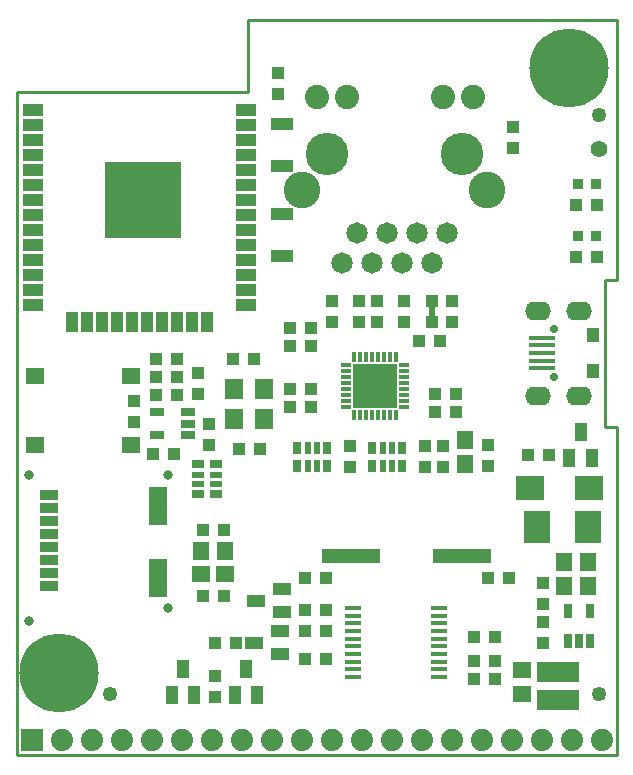
<source format=gbr>
G04 #@! TF.GenerationSoftware,KiCad,Pcbnew,no-vcs-found-097f89d~58~ubuntu14.04.1*
G04 #@! TF.CreationDate,2017-05-03T15:29:04+03:00*
G04 #@! TF.ProjectId,ESP32-GATEWAY_Rev_A,45535033322D474154455741595F5265,B*
G04 #@! TF.FileFunction,Soldermask,Top*
G04 #@! TF.FilePolarity,Negative*
%FSLAX46Y46*%
G04 Gerber Fmt 4.6, Leading zero omitted, Abs format (unit mm)*
G04 Created by KiCad (PCBNEW no-vcs-found-097f89d~58~ubuntu14.04.1) date Wed May  3 15:29:04 2017*
%MOMM*%
%LPD*%
G01*
G04 APERTURE LIST*
%ADD10C,0.100000*%
%ADD11C,0.254000*%
%ADD12R,1.371600X0.426600*%
%ADD13C,1.254000*%
%ADD14C,1.600000*%
%ADD15C,6.700000*%
%ADD16R,3.701600X3.701600*%
%ADD17R,0.800000X0.800000*%
%ADD18R,1.822400X1.822400*%
%ADD19R,0.351600X0.901600*%
%ADD20R,0.901600X0.351600*%
%ADD21R,1.117600X1.117600*%
%ADD22R,0.601600X0.881600*%
%ADD23C,1.700000*%
%ADD24C,2.400000*%
%ADD25R,6.400000X6.400000*%
%ADD26R,1.801600X1.001600*%
%ADD27R,1.001600X1.801600*%
%ADD28R,1.601600X3.201600*%
%ADD29C,0.800000*%
%ADD30R,1.601600X0.901600*%
%ADD31C,3.600000*%
%ADD32C,2.050000*%
%ADD33C,3.100000*%
%ADD34C,1.810000*%
%ADD35R,1.625600X1.371600*%
%ADD36R,1.371600X1.625600*%
%ADD37R,1.600000X1.800000*%
%ADD38R,2.178000X2.686000*%
%ADD39C,1.400000*%
%ADD40R,3.601600X1.701600*%
%ADD41R,0.901600X0.901600*%
%ADD42R,1.117600X0.482600*%
%ADD43R,1.117600X0.736600*%
%ADD44R,0.482600X1.117600*%
%ADD45R,0.736600X1.117600*%
%ADD46R,0.651600X1.301600*%
%ADD47R,1.879600X1.117600*%
%ADD48R,2.400000X2.100000*%
%ADD49R,1.101600X1.501600*%
%ADD50R,4.927600X1.201600*%
%ADD51R,1.501600X1.101600*%
%ADD52R,1.301600X0.651600*%
%ADD53O,2.200000X1.600000*%
%ADD54R,1.100000X1.200000*%
%ADD55C,0.700000*%
%ADD56R,2.250000X0.425000*%
%ADD57C,1.879600*%
%ADD58R,1.879600X1.879600*%
G04 APERTURE END LIST*
D10*
D11*
X120396000Y-101473000D02*
X120396000Y-129286000D01*
X119380000Y-101473000D02*
X120396000Y-101473000D01*
X119380000Y-89027000D02*
X119380000Y-101473000D01*
X120396000Y-89027000D02*
X119380000Y-89027000D01*
X120396000Y-67056000D02*
X120396000Y-89027000D01*
X120396000Y-67056000D02*
X89154000Y-67056000D01*
X69596000Y-129286000D02*
X120396000Y-129286000D01*
X69596000Y-73152000D02*
X69596000Y-129286000D01*
X89154000Y-73152000D02*
X89154000Y-67056000D01*
X69596000Y-73152000D02*
X89154000Y-73152000D01*
D12*
X105346500Y-122686000D03*
X105346500Y-122036000D03*
X105346500Y-121386000D03*
X105346500Y-120736000D03*
X105346500Y-120086000D03*
X105346500Y-119436000D03*
X105346500Y-118786000D03*
X105346500Y-118136000D03*
X105346500Y-117486000D03*
X105346500Y-116836000D03*
X98107500Y-116836000D03*
X98107500Y-117486000D03*
X98107500Y-118136000D03*
X98107500Y-118786000D03*
X98107500Y-119436000D03*
X98107500Y-120086000D03*
X98107500Y-120736000D03*
X98107500Y-121386000D03*
X98107500Y-122036000D03*
X98107500Y-122686000D03*
D13*
X118872000Y-124079000D03*
D14*
X113919000Y-71120000D03*
X118745000Y-71120000D03*
X117983000Y-72771000D03*
X114681000Y-72898000D03*
X117983000Y-69469000D03*
X114681000Y-69469000D03*
X116332000Y-73533000D03*
X116332000Y-68707000D03*
D15*
X116332000Y-71120000D03*
X73152000Y-122301000D03*
D14*
X73152000Y-119888000D03*
X73152000Y-124714000D03*
X71501000Y-120650000D03*
X74803000Y-120650000D03*
X71501000Y-124079000D03*
X74803000Y-123952000D03*
X75565000Y-122301000D03*
X70739000Y-122301000D03*
D16*
X99949000Y-98044000D03*
D17*
X101249000Y-97544000D03*
X101249000Y-98544000D03*
X100449000Y-99344000D03*
X99449000Y-99344000D03*
X98649000Y-98544000D03*
X98649000Y-97544000D03*
X99449000Y-96744000D03*
X100449000Y-96744000D03*
D18*
X99949000Y-98044000D03*
D19*
X98199000Y-95594000D03*
X98699000Y-95594000D03*
X99199000Y-95594000D03*
X99699000Y-95594000D03*
X100199000Y-95594000D03*
X100699000Y-95594000D03*
X101199000Y-95594000D03*
X101699000Y-95594000D03*
D20*
X102399000Y-96294000D03*
X102399000Y-96794000D03*
X102399000Y-97294000D03*
X102399000Y-97794000D03*
X102399000Y-98294000D03*
X102399000Y-98794000D03*
X102399000Y-99294000D03*
X102399000Y-99794000D03*
D19*
X101699000Y-100494000D03*
X101199000Y-100494000D03*
X100699000Y-100494000D03*
X100199000Y-100494000D03*
X99699000Y-100494000D03*
X99199000Y-100494000D03*
X98699000Y-100494000D03*
X98199000Y-100494000D03*
D20*
X97499000Y-99794000D03*
X97499000Y-99294000D03*
X97499000Y-98794000D03*
X97499000Y-98294000D03*
X97499000Y-97794000D03*
X97499000Y-97294000D03*
X97499000Y-96794000D03*
X97499000Y-96294000D03*
D21*
X104775000Y-92583000D03*
X104775000Y-90805000D03*
D22*
X104775000Y-91694000D03*
D23*
X77969600Y-84682800D03*
D24*
X80281000Y-82346000D03*
D25*
X80310000Y-82333000D03*
D26*
X89010000Y-74673000D03*
X89010000Y-75943000D03*
X89010000Y-77213000D03*
X89010000Y-78483000D03*
X89010000Y-79753000D03*
X89010000Y-81023000D03*
X89010000Y-82293000D03*
X89010000Y-83563000D03*
X89010000Y-84833000D03*
X89010000Y-86103000D03*
X89010000Y-87373000D03*
X89010000Y-88643000D03*
X89010000Y-89913000D03*
X89010000Y-91183000D03*
D27*
X85740000Y-92633000D03*
X84470000Y-92633000D03*
X83200000Y-92633000D03*
X81930000Y-92633000D03*
X80660000Y-92633000D03*
X79390000Y-92633000D03*
X78120000Y-92633000D03*
X76850000Y-92633000D03*
X75580000Y-92633000D03*
X74310000Y-92633000D03*
D26*
X71010000Y-91143000D03*
X71010000Y-89873000D03*
X71010000Y-88603000D03*
X71010000Y-87333000D03*
X71010000Y-86063000D03*
X71010000Y-84793000D03*
X71010000Y-83523000D03*
X71010000Y-82253000D03*
X71010000Y-80983000D03*
X71010000Y-79713000D03*
X71010000Y-78443000D03*
X71010000Y-77173000D03*
X71010000Y-75903000D03*
X71010000Y-74633000D03*
D23*
X82643200Y-84682800D03*
X77969600Y-79983800D03*
X82643200Y-79983800D03*
X80281000Y-79983800D03*
X80281000Y-84682800D03*
X77969600Y-82219000D03*
X82643200Y-82219000D03*
D28*
X81577000Y-114275000D03*
X81577000Y-108215000D03*
D29*
X70607000Y-105585000D03*
X82407000Y-105585000D03*
X82407000Y-116855000D03*
X70607000Y-117945000D03*
D30*
X72327000Y-107275000D03*
X72327000Y-108375000D03*
X72327000Y-109475000D03*
X72327000Y-110575000D03*
X72327000Y-111675000D03*
X72327000Y-112775000D03*
X72327000Y-113875000D03*
X72327000Y-114975000D03*
D31*
X95885000Y-78359000D03*
X107315000Y-78359000D03*
D32*
X105670000Y-73610500D03*
X94990000Y-73610500D03*
D33*
X93800000Y-81409000D03*
X109400000Y-81409000D03*
D32*
X108210000Y-73610500D03*
X97530000Y-73610500D03*
D34*
X97165000Y-87599000D03*
X98435000Y-85059000D03*
X99705000Y-87599000D03*
X100975000Y-85059000D03*
X102245000Y-87599000D03*
X103515000Y-85059000D03*
X104785000Y-87599000D03*
X106055000Y-85059000D03*
D35*
X112395000Y-122047000D03*
X112395000Y-124079000D03*
D21*
X105664000Y-104902000D03*
X105664000Y-103124000D03*
X104140000Y-104902000D03*
X104140000Y-103124000D03*
D36*
X85217000Y-112014000D03*
X87249000Y-112014000D03*
D21*
X106426000Y-92583000D03*
X106426000Y-90805000D03*
X109474000Y-104775000D03*
X109474000Y-102997000D03*
X97790000Y-104902000D03*
X97790000Y-103124000D03*
X103632000Y-94234000D03*
X105410000Y-94234000D03*
X94488000Y-94615000D03*
X92710000Y-94615000D03*
X94488000Y-99822000D03*
X92710000Y-99822000D03*
X92710000Y-98298000D03*
X94488000Y-98298000D03*
X105029000Y-98679000D03*
X106807000Y-98679000D03*
D37*
X90551000Y-100838000D03*
X90551000Y-98298000D03*
X88011000Y-98298000D03*
X88011000Y-100838000D03*
D38*
X113647000Y-109982000D03*
X118001000Y-109982000D03*
D39*
X118872000Y-77978000D03*
D40*
X115443000Y-124644000D03*
X115443000Y-122244000D03*
D36*
X107569000Y-104648000D03*
X107569000Y-102616000D03*
D35*
X85217000Y-113919000D03*
X87249000Y-113919000D03*
D41*
X117094000Y-85344000D03*
X118618000Y-85344000D03*
D21*
X83185000Y-95758000D03*
X81407000Y-95758000D03*
X82931000Y-103759000D03*
X81153000Y-103759000D03*
X85852000Y-102997000D03*
X85852000Y-101219000D03*
X91694000Y-71501000D03*
X91694000Y-73279000D03*
X111633000Y-77851000D03*
X111633000Y-76073000D03*
X98552000Y-90805000D03*
X98552000Y-92583000D03*
X85344000Y-115824000D03*
X87122000Y-115824000D03*
X96266000Y-92583000D03*
X96266000Y-90805000D03*
X102362000Y-90805000D03*
X102362000Y-92583000D03*
X100076000Y-92583000D03*
X100076000Y-90805000D03*
X90170000Y-103378000D03*
X88392000Y-103378000D03*
X110109000Y-122809000D03*
X108331000Y-122809000D03*
X87884000Y-95758000D03*
X89662000Y-95758000D03*
X106807000Y-100203000D03*
X105029000Y-100203000D03*
X94488000Y-93091000D03*
X92710000Y-93091000D03*
X110109000Y-121285000D03*
X108331000Y-121285000D03*
X95758000Y-116967000D03*
X93980000Y-116967000D03*
D42*
X84963000Y-106299000D03*
X84963000Y-105537000D03*
X86487000Y-106299000D03*
X86487000Y-105537000D03*
D43*
X84963000Y-107188000D03*
X86487000Y-107188000D03*
X84963000Y-104648000D03*
X86487000Y-104648000D03*
D44*
X94996000Y-104775000D03*
X94234000Y-104775000D03*
X94996000Y-103251000D03*
X94234000Y-103251000D03*
D45*
X95885000Y-104775000D03*
X95885000Y-103251000D03*
X93345000Y-104775000D03*
X93345000Y-103251000D03*
X102235000Y-104775000D03*
X102235000Y-103251000D03*
X99695000Y-104775000D03*
X99695000Y-103251000D03*
D44*
X101346000Y-104775000D03*
X100584000Y-104775000D03*
X101346000Y-103251000D03*
X100584000Y-103251000D03*
D46*
X118171000Y-117064000D03*
X116271000Y-117064000D03*
X118171000Y-119664000D03*
X117221000Y-119664000D03*
X116271000Y-119664000D03*
D21*
X85344000Y-110236000D03*
X87122000Y-110236000D03*
D35*
X71120000Y-97155000D03*
X79248000Y-97155000D03*
X71120000Y-102997000D03*
X79248000Y-102997000D03*
D47*
X92075000Y-86995000D03*
X92075000Y-83439000D03*
X92075000Y-79375000D03*
X92075000Y-75819000D03*
D13*
X77470000Y-124079000D03*
X118872000Y-75057000D03*
D21*
X93980000Y-114300000D03*
X95758000Y-114300000D03*
X109474000Y-114300000D03*
X111252000Y-114300000D03*
X93980000Y-121158000D03*
X95758000Y-121158000D03*
X108331000Y-119253000D03*
X110109000Y-119253000D03*
X79502000Y-101092000D03*
X79502000Y-99314000D03*
D48*
X113070000Y-106680000D03*
X118070000Y-106680000D03*
D49*
X117345460Y-101894640D03*
X118300500Y-104104440D03*
X116398040Y-104104440D03*
D50*
X97917000Y-112395000D03*
X107315000Y-112395000D03*
D51*
X89829640Y-116207540D03*
X92039440Y-115252500D03*
X92039440Y-117154960D03*
X89702640Y-119763540D03*
X91912440Y-118808500D03*
X91912440Y-120710960D03*
D21*
X114681000Y-103886000D03*
X112903000Y-103886000D03*
X93980000Y-118745000D03*
X95758000Y-118745000D03*
X83185000Y-97282000D03*
X81407000Y-97282000D03*
X81407000Y-98806000D03*
X83185000Y-98806000D03*
X84963000Y-98679000D03*
X84963000Y-96901000D03*
X116967000Y-87122000D03*
X118745000Y-87122000D03*
X114173000Y-119761000D03*
X114173000Y-117983000D03*
X114173000Y-114681000D03*
X114173000Y-116459000D03*
D36*
X117983000Y-112903000D03*
X115951000Y-112903000D03*
X115951000Y-114935000D03*
X117983000Y-114935000D03*
D21*
X86360000Y-119761000D03*
X88138000Y-119761000D03*
D52*
X81504000Y-100269000D03*
X81504000Y-102169000D03*
X84104000Y-100269000D03*
X84104000Y-101219000D03*
X84104000Y-102169000D03*
D49*
X88077000Y-124163000D03*
X89977000Y-124163000D03*
X89027000Y-121963000D03*
X82743000Y-124163000D03*
X84643000Y-124163000D03*
X83693000Y-121963000D03*
D21*
X86360000Y-122555000D03*
X86360000Y-124333000D03*
D53*
X117217000Y-91650000D03*
X113747000Y-91650000D03*
X113747000Y-98850000D03*
X117217000Y-98850000D03*
D54*
X118367000Y-93750000D03*
X118367000Y-96750000D03*
D55*
X115067000Y-93250000D03*
X115067000Y-97250000D03*
D56*
X114067000Y-93950000D03*
X114067000Y-94600000D03*
X114067000Y-95250000D03*
X114067000Y-95900000D03*
X114067000Y-96550000D03*
D57*
X111506000Y-128016000D03*
X114046000Y-128016000D03*
X119126000Y-128016000D03*
X116586000Y-128016000D03*
X106426000Y-128016000D03*
X108966000Y-128016000D03*
X103886000Y-128016000D03*
X101346000Y-128016000D03*
X96266000Y-128016000D03*
X98806000Y-128016000D03*
X93726000Y-128016000D03*
X91186000Y-128016000D03*
X86106000Y-128016000D03*
X88646000Y-128016000D03*
X83566000Y-128016000D03*
X81026000Y-128016000D03*
D58*
X70866000Y-128016000D03*
D57*
X73406000Y-128016000D03*
X75946000Y-128016000D03*
X78486000Y-128016000D03*
D41*
X117094000Y-80899000D03*
X118618000Y-80899000D03*
D21*
X116967000Y-82677000D03*
X118745000Y-82677000D03*
M02*

</source>
